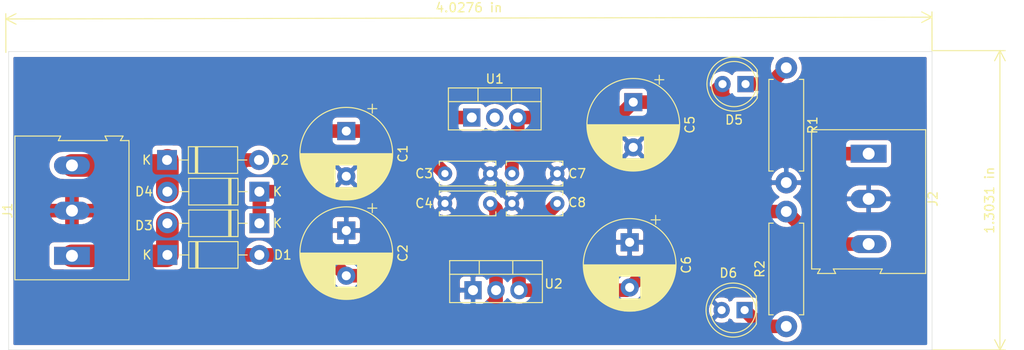
<source format=kicad_pcb>
(kicad_pcb (version 20171130) (host pcbnew 5.1.5+dfsg1-2build2)
  (layers (0 F.Cu signal) (31 B.Cu signal) (34 B.Paste user) (35 F.Paste user) (36 B.SilkS user) (37 F.SilkS user) (38 B.Mask user) (39 F.Mask user) (44 Edge.Cuts user))
  (net 0 "")
  (net 1 T_0V)
  (net 2 "Net-(C1-Pad1)")
  (net 3 "Net-(C2-Pad2)")
  (net 4 +15V)
  (net 5 -15V)
  (net 6 T_15VAC_A)
  (net 7 T_15VAC_B)
  (net 8 "Net-(D5-Pad1)")
  (net 9 "Net-(D6-Pad1)")
  (net 10 "Net-(U1-Pad2)")
  (module Capacitor_THT:CP_Radial_D10.0mm_P5.00mm (layer F.Cu) (at 125.3 67.3 270)
    (fp_text reference C1 (at 2.5 -6.25 90) (layer F.SilkS))
    (fp_text value CP1)
    (pad 2 thru_hole circle (at 5 0 270) (size 2 2) (drill 1) (layers *.Cu *.Mask) (net 1 T_0V))
    (pad 1 thru_hole rect (at 0 0 270) (size 2 2) (drill 1) (layers *.Cu *.Mask) (net 2 "Net-(C1-Pad1)"))
  )
  (module Package_TO_SOT_THT:TO-220-3_Vertical (layer F.Cu) (at 139.3 84.9)
    (fp_text reference U2 (at 8.9 -0.7) (layer F.SilkS))
    (fp_text value L7915)
    (pad 3 thru_hole oval (at 5.08 0) (size 1.905 2) (drill 1.1) (layers *.Cu *.Mask) (net 5 -15V))
    (pad 2 thru_hole oval (at 2.54 0) (size 1.905 2) (drill 1.1) (layers *.Cu *.Mask) (net 3 "Net-(C2-Pad2)"))
    (pad 1 thru_hole rect (at 0 0) (size 1.905 2) (drill 1.1) (layers *.Cu *.Mask) (net 1 T_0V))
  )
  (module Package_TO_SOT_THT:TO-220-3_Vertical (layer F.Cu) (at 139.16 65.8)
    (fp_text reference U1 (at 2.54 -4.27) (layer F.SilkS))
    (fp_text value L7815)
    (pad 3 thru_hole oval (at 5.08 0) (size 1.905 2) (drill 1.1) (layers *.Cu *.Mask) (net 4 +15V))
    (pad 2 thru_hole oval (at 2.54 0) (size 1.905 2) (drill 1.1) (layers *.Cu *.Mask) (net 10 "Net-(U1-Pad2)"))
    (pad 1 thru_hole rect (at 0 0) (size 1.905 2) (drill 1.1) (layers *.Cu *.Mask) (net 2 "Net-(C1-Pad1)"))
  )
  (module Resistor_THT:R_Axial_DIN0411_L9.9mm_D3.6mm_P12.70mm_Horizontal (layer F.Cu) (at 173.9 88.9 90)
    (fp_text reference R2 (at 6.35 -2.92 90) (layer F.SilkS))
    (fp_text value R)
    (pad 2 thru_hole oval (at 12.7 0 90) (size 2.4 2.4) (drill 1.2) (layers *.Cu *.Mask) (net 5 -15V))
    (pad 1 thru_hole circle (at 0 0 90) (size 2.4 2.4) (drill 1.2) (layers *.Cu *.Mask) (net 9 "Net-(D6-Pad1)"))
  )
  (module Resistor_THT:R_Axial_DIN0411_L9.9mm_D3.6mm_P12.70mm_Horizontal (layer F.Cu) (at 173.9 60.3 270)
    (fp_text reference R1 (at 6.35 -2.92 90) (layer F.SilkS))
    (fp_text value R)
    (pad 2 thru_hole oval (at 12.7 0 270) (size 2.4 2.4) (drill 1.2) (layers *.Cu *.Mask) (net 1 T_0V))
    (pad 1 thru_hole circle (at 0 0 270) (size 2.4 2.4) (drill 1.2) (layers *.Cu *.Mask) (net 8 "Net-(D5-Pad1)"))
  )
  (module TerminalBlock:TerminalBlock_Altech_AK300-3_P5.00mm (layer F.Cu) (at 183 69.8 270)
    (fp_text reference J2 (at 5 -7.1 90) (layer F.SilkS))
    (fp_text value OutputConnector)
    (pad 3 thru_hole oval (at 10 0 270) (size 1.98 3.96) (drill 1.32) (layers *.Cu *.Mask) (net 5 -15V))
    (pad 2 thru_hole oval (at 5 0 270) (size 1.98 3.96) (drill 1.32) (layers *.Cu *.Mask) (net 1 T_0V))
    (pad 1 thru_hole rect (at 0 0 270) (size 1.98 3.96) (drill 1.32) (layers *.Cu *.Mask) (net 4 +15V))
  )
  (module TerminalBlock:TerminalBlock_Altech_AK300-3_P5.00mm (layer F.Cu) (at 95 81.1 90)
    (fp_text reference J1 (at 5 -7.1 90) (layer F.SilkS))
    (fp_text value InputConnector)
    (pad 3 thru_hole oval (at 10 0 90) (size 1.98 3.96) (drill 1.32) (layers *.Cu *.Mask) (net 7 T_15VAC_B))
    (pad 2 thru_hole oval (at 5 0 90) (size 1.98 3.96) (drill 1.32) (layers *.Cu *.Mask) (net 1 T_0V))
    (pad 1 thru_hole rect (at 0 0 90) (size 1.98 3.96) (drill 1.32) (layers *.Cu *.Mask) (net 6 T_15VAC_A))
  )
  (module LED_THT:LED_D5.0mm (layer F.Cu) (at 169.3 87.1 180)
    (fp_text reference D6 (at 1.8 4.1) (layer F.SilkS))
    (fp_text value LED)
    (pad 2 thru_hole circle (at 2.54 0 180) (size 1.8 1.8) (drill 0.9) (layers *.Cu *.Mask) (net 1 T_0V))
    (pad 1 thru_hole rect (at 0 0 180) (size 1.8 1.8) (drill 0.9) (layers *.Cu *.Mask) (net 9 "Net-(D6-Pad1)"))
  )
  (module LED_THT:LED_D5.0mm (layer F.Cu) (at 169.4 62.1 180)
    (fp_text reference D5 (at 1.27 -3.96) (layer F.SilkS))
    (fp_text value LED)
    (pad 2 thru_hole circle (at 2.54 0 180) (size 1.8 1.8) (drill 0.9) (layers *.Cu *.Mask) (net 4 +15V))
    (pad 1 thru_hole rect (at 0 0 180) (size 1.8 1.8) (drill 0.9) (layers *.Cu *.Mask) (net 8 "Net-(D5-Pad1)"))
  )
  (module Diode_THT:D_DO-41_SOD81_P10.16mm_Horizontal (layer F.Cu) (at 115.7 74 180)
    (fp_text reference D4 (at 12.75 0) (layer F.SilkS))
    (fp_text value 1N4004)
    (fp_text user K (at -2 0) (layer F.SilkS))
    (pad 2 thru_hole oval (at 10.16 0 180) (size 2.2 2.2) (drill 1.1) (layers *.Cu *.Mask) (net 7 T_15VAC_B))
    (pad 1 thru_hole rect (at 0 0 180) (size 2.2 2.2) (drill 1.1) (layers *.Cu *.Mask) (net 2 "Net-(C1-Pad1)"))
  )
  (module Diode_THT:D_DO-41_SOD81_P10.16mm_Horizontal (layer F.Cu) (at 115.7 77.5 180)
    (fp_text reference D3 (at 12.75 -0.25) (layer F.SilkS))
    (fp_text value 1N4004)
    (fp_text user K (at -2 0) (layer F.SilkS))
    (pad 2 thru_hole oval (at 10.16 0 180) (size 2.2 2.2) (drill 1.1) (layers *.Cu *.Mask) (net 6 T_15VAC_A))
    (pad 1 thru_hole rect (at 0 0 180) (size 2.2 2.2) (drill 1.1) (layers *.Cu *.Mask) (net 2 "Net-(C1-Pad1)"))
  )
  (module Diode_THT:D_DO-41_SOD81_P10.16mm_Horizontal (layer F.Cu) (at 105.5 70.5)
    (fp_text reference D2 (at 12.5 0) (layer F.SilkS))
    (fp_text value 1N4004)
    (fp_text user K (at -2.25 0) (layer F.SilkS))
    (pad 2 thru_hole oval (at 10.16 0) (size 2.2 2.2) (drill 1.1) (layers *.Cu *.Mask) (net 3 "Net-(C2-Pad2)"))
    (pad 1 thru_hole rect (at 0 0) (size 2.2 2.2) (drill 1.1) (layers *.Cu *.Mask) (net 7 T_15VAC_B))
  )
  (module Diode_THT:D_DO-41_SOD81_P10.16mm_Horizontal (layer F.Cu) (at 105.54 81)
    (fp_text reference D1 (at 12.75 0) (layer F.SilkS))
    (fp_text value 1N4004)
    (fp_text user K (at -2.25 0) (layer F.SilkS))
    (pad 2 thru_hole oval (at 10.16 0) (size 2.2 2.2) (drill 1.1) (layers *.Cu *.Mask) (net 3 "Net-(C2-Pad2)"))
    (pad 1 thru_hole rect (at 0 0) (size 2.2 2.2) (drill 1.1) (layers *.Cu *.Mask) (net 6 T_15VAC_A))
  )
  (module Capacitor_THT:C_Disc_D6.0mm_W2.5mm_P5.00mm (layer F.Cu) (at 143.6 75.3)
    (fp_text reference C8 (at 7.2 -0.1) (layer F.SilkS))
    (fp_text value C)
    (pad 2 thru_hole circle (at 5 0) (size 1.6 1.6) (drill 0.8) (layers *.Cu *.Mask) (net 5 -15V))
    (pad 1 thru_hole circle (at 0 0) (size 1.6 1.6) (drill 0.8) (layers *.Cu *.Mask) (net 1 T_0V))
  )
  (module Capacitor_THT:C_Disc_D6.0mm_W2.5mm_P5.00mm (layer F.Cu) (at 143.6 72)
    (fp_text reference C7 (at 7.2 0) (layer F.SilkS))
    (fp_text value C)
    (pad 2 thru_hole circle (at 5 0) (size 1.6 1.6) (drill 0.8) (layers *.Cu *.Mask) (net 1 T_0V))
    (pad 1 thru_hole circle (at 0 0) (size 1.6 1.6) (drill 0.8) (layers *.Cu *.Mask) (net 4 +15V))
  )
  (module Capacitor_THT:CP_Radial_D10.0mm_P5.00mm (layer F.Cu) (at 156.6 79.6 270)
    (fp_text reference C6 (at 2.5 -6.25 90) (layer F.SilkS))
    (fp_text value CP1)
    (pad 2 thru_hole circle (at 5 0 270) (size 2 2) (drill 1) (layers *.Cu *.Mask) (net 5 -15V))
    (pad 1 thru_hole rect (at 0 0 270) (size 2 2) (drill 1) (layers *.Cu *.Mask) (net 1 T_0V))
  )
  (module Capacitor_THT:CP_Radial_D10.0mm_P5.00mm (layer F.Cu) (at 157 64.1 270)
    (fp_text reference C5 (at 2.5 -6.25 90) (layer F.SilkS))
    (fp_text value CP1)
    (pad 2 thru_hole circle (at 5 0 270) (size 2 2) (drill 1) (layers *.Cu *.Mask) (net 1 T_0V))
    (pad 1 thru_hole rect (at 0 0 270) (size 2 2) (drill 1) (layers *.Cu *.Mask) (net 4 +15V))
  )
  (module Capacitor_THT:C_Disc_D6.0mm_W2.5mm_P5.00mm (layer F.Cu) (at 136.2 75.3)
    (fp_text reference C4 (at -2.3 0) (layer F.SilkS))
    (fp_text value C)
    (pad 2 thru_hole circle (at 5 0) (size 1.6 1.6) (drill 0.8) (layers *.Cu *.Mask) (net 3 "Net-(C2-Pad2)"))
    (pad 1 thru_hole circle (at 0 0) (size 1.6 1.6) (drill 0.8) (layers *.Cu *.Mask) (net 1 T_0V))
  )
  (module Capacitor_THT:C_Disc_D6.0mm_W2.5mm_P5.00mm (layer F.Cu) (at 136.2 72)
    (fp_text reference C3 (at -2.3 0) (layer F.SilkS))
    (fp_text value C)
    (pad 2 thru_hole circle (at 5 0) (size 1.6 1.6) (drill 0.8) (layers *.Cu *.Mask) (net 1 T_0V))
    (pad 1 thru_hole circle (at 0 0) (size 1.6 1.6) (drill 0.8) (layers *.Cu *.Mask) (net 2 "Net-(C1-Pad1)"))
  )
  (module Capacitor_THT:CP_Radial_D10.0mm_P5.00mm (layer F.Cu) (at 125.3 78.3 270)
    (fp_text reference C2 (at 2.5 -6.25 90) (layer F.SilkS))
    (fp_text value CP1)
    (pad 2 thru_hole circle (at 5 0 270) (size 2 2) (drill 1) (layers *.Cu *.Mask) (net 3 "Net-(C2-Pad2)"))
    (pad 1 thru_hole rect (at 0 0 270) (size 2 2) (drill 1) (layers *.Cu *.Mask) (net 1 T_0V))
  )
  (dimension 33.1 (width 0.12) (layer F.SilkS) (gr_text "33.100 mm" (at 198.77 74.95 270) (layer F.SilkS) (effects (font (size 1 1) (thickness 0.15)))) (feature1 (pts (xy 190 91.5) (xy 198.086421 91.5))) (feature2 (pts (xy 190 58.4) (xy 198.086421 58.4))) (crossbar (pts (xy 197.5 58.4) (xy 197.5 91.5))) (arrow1a (pts (xy 197.5 91.5) (xy 196.913579 90.373496))) (arrow1b (pts (xy 197.5 91.5) (xy 198.086421 90.373496))) (arrow2a (pts (xy 197.5 58.4) (xy 196.913579 59.526504))) (arrow2b (pts (xy 197.5 58.4) (xy 198.086421 59.526504))))
  (dimension 102.300196 (width 0.12) (layer F.SilkS) (gr_text "102.300 mm" (at 138.840281 53.528941 0.1120150665) (layer F.SilkS) (effects (font (size 1 1) (thickness 0.15)))) (feature1 (pts (xy 87.7 58.6) (xy 87.691618 54.312519))) (feature2 (pts (xy 190 58.4) (xy 189.991618 54.112519))) (crossbar (pts (xy 189.992764 54.698939) (xy 87.692764 54.898939))) (arrow1a (pts (xy 87.692764 54.898939) (xy 88.818119 54.310317))) (arrow1b (pts (xy 87.692764 54.898939) (xy 88.820412 55.483156))) (arrow2a (pts (xy 189.992764 54.698939) (xy 188.865116 54.114722))) (arrow2b (pts (xy 189.992764 54.698939) (xy 188.867409 55.287561))))
  (gr_line (start 88 91.5) (end 190 91.5) (layer Edge.Cuts) (width 0.05))
  (gr_line (start 88 58.5) (end 88 91.5) (layer Edge.Cuts) (width 0.05))
  (gr_line (start 190 58.5) (end 88 58.5) (layer Edge.Cuts) (width 0.05))
  (gr_line (start 190 91.5) (end 190 58.5) (layer Edge.Cuts) (width 0.05))
  (segment (start 95 76.1) (end 99.9 76.1) (width 1.5) (layer F.Cu) (net 1))
  (segment (start 91.2 76.1) (end 95 76.1) (width 1.5) (layer F.Cu) (net 1))
  (segment (start 95 76.1) (end 95 78.2) (width 1.5) (layer F.Cu) (net 1))
  (segment (start 95 76.1) (end 95 73.8) (width 1.5) (layer F.Cu) (net 1))
  (segment (start 115.7 77.5) (end 115.7 74) (width 1.5) (layer F.Cu) (net 2))
  (segment (start 118.3 74) (end 120.5 71.8) (width 1.5) (layer F.Cu) (net 2))
  (segment (start 115.7 74) (end 118.3 74) (width 1.5) (layer F.Cu) (net 2))
  (segment (start 122.8 67.3) (end 125.3 67.3) (width 1.5) (layer F.Cu) (net 2))
  (segment (start 120.5 69.6) (end 122.8 67.3) (width 1.5) (layer F.Cu) (net 2))
  (segment (start 120.5 71.8) (end 120.5 69.6) (width 1.5) (layer F.Cu) (net 2))
  (segment (start 131.5 67.3) (end 136.2 72) (width 1.5) (layer F.Cu) (net 2))
  (segment (start 125.3 67.3) (end 131.5 67.3) (width 1.5) (layer F.Cu) (net 2))
  (segment (start 133 65.8) (end 139.16 65.8) (width 1.5) (layer F.Cu) (net 2))
  (segment (start 131.5 67.3) (end 133 65.8) (width 1.5) (layer F.Cu) (net 2))
  (segment (start 123 81) (end 125.3 83.3) (width 1.5) (layer F.Cu) (net 3))
  (segment (start 115.7 81) (end 123 81) (width 1.5) (layer F.Cu) (net 3))
  (segment (start 125.3 83.3) (end 132.7 83.3) (width 1.5) (layer F.Cu) (net 3))
  (segment (start 132.7 83.3) (end 136.7 87.3) (width 1.5) (layer F.Cu) (net 3))
  (segment (start 141.84 86.022502) (end 141.84 84.9) (width 1.5) (layer F.Cu) (net 3))
  (segment (start 140.562502 87.3) (end 141.84 86.022502) (width 1.5) (layer F.Cu) (net 3))
  (segment (start 136.7 87.3) (end 140.562502 87.3) (width 1.5) (layer F.Cu) (net 3))
  (segment (start 141.84 75.94) (end 141.2 75.3) (width 1.5) (layer F.Cu) (net 3))
  (segment (start 141.84 84.9) (end 141.84 75.94) (width 1.5) (layer F.Cu) (net 3))
  (segment (start 115.7 81) (end 112.7 81) (width 1.5) (layer F.Cu) (net 3))
  (segment (start 112.7 81) (end 110.8 79.1) (width 1.5) (layer F.Cu) (net 3))
  (segment (start 114.104366 70.5) (end 115.66 70.5) (width 1.5) (layer F.Cu) (net 3))
  (segment (start 110.8 73.804366) (end 114.104366 70.5) (width 1.5) (layer F.Cu) (net 3))
  (segment (start 110.8 79.1) (end 110.8 73.804366) (width 1.5) (layer F.Cu) (net 3))
  (segment (start 143.6 72) (end 143.6 69.4) (width 1.5) (layer F.Cu) (net 4))
  (segment (start 144.24 68.76) (end 144.24 65.8) (width 1.5) (layer F.Cu) (net 4))
  (segment (start 143.6 69.4) (end 144.24 68.76) (width 1.5) (layer F.Cu) (net 4))
  (segment (start 155.3 65.8) (end 157 64.1) (width 1.5) (layer F.Cu) (net 4))
  (segment (start 144.24 65.8) (end 155.3 65.8) (width 1.5) (layer F.Cu) (net 4))
  (segment (start 164.86 64.1) (end 166.86 62.1) (width 1.5) (layer F.Cu) (net 4))
  (segment (start 157 64.1) (end 164.86 64.1) (width 1.5) (layer F.Cu) (net 4))
  (segment (start 179.52 69.8) (end 183 69.8) (width 1.5) (layer F.Cu) (net 4))
  (segment (start 173.287208 69.8) (end 179.52 69.8) (width 1.5) (layer F.Cu) (net 4))
  (segment (start 166.86 63.372792) (end 173.287208 69.8) (width 1.5) (layer F.Cu) (net 4))
  (segment (start 166.86 62.1) (end 166.86 63.372792) (width 1.5) (layer F.Cu) (net 4))
  (segment (start 144.38 79.52) (end 148.6 75.3) (width 1.5) (layer F.Cu) (net 5))
  (segment (start 144.38 84.9) (end 144.38 79.52) (width 1.5) (layer F.Cu) (net 5))
  (segment (start 156.3 84.9) (end 156.6 84.6) (width 1.5) (layer F.Cu) (net 5))
  (segment (start 144.38 84.9) (end 156.3 84.9) (width 1.5) (layer F.Cu) (net 5))
  (segment (start 165 76.2) (end 173.9 76.2) (width 1.5) (layer F.Cu) (net 5))
  (segment (start 156.6 84.6) (end 165 76.2) (width 1.5) (layer F.Cu) (net 5))
  (segment (start 173.9 76.2) (end 177.5 79.8) (width 1.5) (layer F.Cu) (net 5))
  (segment (start 177.5 79.8) (end 183 79.8) (width 1.5) (layer F.Cu) (net 5))
  (segment (start 105.54 81) (end 105.54 77.5) (width 2.5) (layer F.Cu) (net 6))
  (segment (start 105.44 81.1) (end 105.54 81) (width 1.5) (layer F.Cu) (net 6))
  (segment (start 95 81.1) (end 105.44 81.1) (width 2.5) (layer F.Cu) (net 6))
  (segment (start 104.9 71.1) (end 105.5 70.5) (width 1.5) (layer F.Cu) (net 7))
  (segment (start 95 71.1) (end 104.9 71.1) (width 2.5) (layer F.Cu) (net 7))
  (segment (start 105.54 70.54) (end 105.5 70.5) (width 1.5) (layer F.Cu) (net 7))
  (segment (start 105.54 74) (end 105.54 70.54) (width 2.5) (layer F.Cu) (net 7))
  (segment (start 172.1 62.1) (end 173.9 60.3) (width 1.5) (layer F.Cu) (net 8))
  (segment (start 169.4 62.1) (end 172.1 62.1) (width 1.5) (layer F.Cu) (net 8))
  (segment (start 171.1 88.9) (end 169.3 87.1) (width 1.5) (layer F.Cu) (net 9))
  (segment (start 173.9 88.9) (end 171.1 88.9) (width 1.5) (layer F.Cu) (net 9))
  (zone (net 1) (net_name T_0V) (layer F.Cu) (connect_pads (clearance 0.508)) (min_thickness 0.254) (fill yes (arc_segments 32) (thermal_gap 0.508) (thermal_bridge_width 0.508))
    (polygon (pts (xy 189.4 91.2) (xy 88.5 91.1) (xy 88.5 59.1) (xy 189.4 59.1)))
  )
  (zone (net 1) (net_name T_0V) (layer B.Cu) (connect_pads (clearance 0.508)) (min_thickness 0.254) (fill yes (arc_segments 32) (thermal_gap 0.508) (thermal_bridge_width 0.508))
    (polygon (pts (xy 189.5 91.2) (xy 88.3 91.1) (xy 88.3 59.1) (xy 189.4 59.1)))
  )
)
</source>
